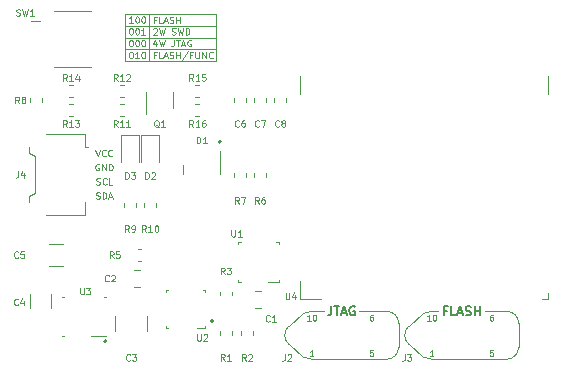
<source format=gto>
%TF.GenerationSoftware,KiCad,Pcbnew,(5.1.6-0-10_14)*%
%TF.CreationDate,2021-08-10T12:06:40-04:00*%
%TF.ProjectId,fanboard,66616e62-6f61-4726-942e-6b696361645f,rev?*%
%TF.SameCoordinates,Original*%
%TF.FileFunction,Legend,Top*%
%TF.FilePolarity,Positive*%
%FSLAX46Y46*%
G04 Gerber Fmt 4.6, Leading zero omitted, Abs format (unit mm)*
G04 Created by KiCad (PCBNEW (5.1.6-0-10_14)) date 2021-08-10 12:06:40*
%MOMM*%
%LPD*%
G01*
G04 APERTURE LIST*
%ADD10C,0.100000*%
%ADD11C,0.090000*%
%ADD12C,0.120000*%
%ADD13C,0.200000*%
%ADD14C,0.150000*%
%ADD15C,0.080000*%
G04 APERTURE END LIST*
D10*
X132166666Y-111998809D02*
X132350000Y-112548809D01*
X132533333Y-111998809D01*
X133030952Y-112496428D02*
X133004761Y-112522619D01*
X132926190Y-112548809D01*
X132873809Y-112548809D01*
X132795238Y-112522619D01*
X132742857Y-112470238D01*
X132716666Y-112417857D01*
X132690476Y-112313095D01*
X132690476Y-112234523D01*
X132716666Y-112129761D01*
X132742857Y-112077380D01*
X132795238Y-112025000D01*
X132873809Y-111998809D01*
X132926190Y-111998809D01*
X133004761Y-112025000D01*
X133030952Y-112051190D01*
X133580952Y-112496428D02*
X133554761Y-112522619D01*
X133476190Y-112548809D01*
X133423809Y-112548809D01*
X133345238Y-112522619D01*
X133292857Y-112470238D01*
X133266666Y-112417857D01*
X133240476Y-112313095D01*
X133240476Y-112234523D01*
X133266666Y-112129761D01*
X133292857Y-112077380D01*
X133345238Y-112025000D01*
X133423809Y-111998809D01*
X133476190Y-111998809D01*
X133554761Y-112025000D01*
X133580952Y-112051190D01*
X132480952Y-113225000D02*
X132428571Y-113198809D01*
X132350000Y-113198809D01*
X132271428Y-113225000D01*
X132219047Y-113277380D01*
X132192857Y-113329761D01*
X132166666Y-113434523D01*
X132166666Y-113513095D01*
X132192857Y-113617857D01*
X132219047Y-113670238D01*
X132271428Y-113722619D01*
X132350000Y-113748809D01*
X132402380Y-113748809D01*
X132480952Y-113722619D01*
X132507142Y-113696428D01*
X132507142Y-113513095D01*
X132402380Y-113513095D01*
X132742857Y-113748809D02*
X132742857Y-113198809D01*
X133057142Y-113748809D01*
X133057142Y-113198809D01*
X133319047Y-113748809D02*
X133319047Y-113198809D01*
X133450000Y-113198809D01*
X133528571Y-113225000D01*
X133580952Y-113277380D01*
X133607142Y-113329761D01*
X133633333Y-113434523D01*
X133633333Y-113513095D01*
X133607142Y-113617857D01*
X133580952Y-113670238D01*
X133528571Y-113722619D01*
X133450000Y-113748809D01*
X133319047Y-113748809D01*
X132245238Y-114922619D02*
X132323809Y-114948809D01*
X132454761Y-114948809D01*
X132507142Y-114922619D01*
X132533333Y-114896428D01*
X132559523Y-114844047D01*
X132559523Y-114791666D01*
X132533333Y-114739285D01*
X132507142Y-114713095D01*
X132454761Y-114686904D01*
X132350000Y-114660714D01*
X132297619Y-114634523D01*
X132271428Y-114608333D01*
X132245238Y-114555952D01*
X132245238Y-114503571D01*
X132271428Y-114451190D01*
X132297619Y-114425000D01*
X132350000Y-114398809D01*
X132480952Y-114398809D01*
X132559523Y-114425000D01*
X133109523Y-114896428D02*
X133083333Y-114922619D01*
X133004761Y-114948809D01*
X132952380Y-114948809D01*
X132873809Y-114922619D01*
X132821428Y-114870238D01*
X132795238Y-114817857D01*
X132769047Y-114713095D01*
X132769047Y-114634523D01*
X132795238Y-114529761D01*
X132821428Y-114477380D01*
X132873809Y-114425000D01*
X132952380Y-114398809D01*
X133004761Y-114398809D01*
X133083333Y-114425000D01*
X133109523Y-114451190D01*
X133607142Y-114948809D02*
X133345238Y-114948809D01*
X133345238Y-114398809D01*
X132232142Y-116122619D02*
X132310714Y-116148809D01*
X132441666Y-116148809D01*
X132494047Y-116122619D01*
X132520238Y-116096428D01*
X132546428Y-116044047D01*
X132546428Y-115991666D01*
X132520238Y-115939285D01*
X132494047Y-115913095D01*
X132441666Y-115886904D01*
X132336904Y-115860714D01*
X132284523Y-115834523D01*
X132258333Y-115808333D01*
X132232142Y-115755952D01*
X132232142Y-115703571D01*
X132258333Y-115651190D01*
X132284523Y-115625000D01*
X132336904Y-115598809D01*
X132467857Y-115598809D01*
X132546428Y-115625000D01*
X132782142Y-116148809D02*
X132782142Y-115598809D01*
X132913095Y-115598809D01*
X132991666Y-115625000D01*
X133044047Y-115677380D01*
X133070238Y-115729761D01*
X133096428Y-115834523D01*
X133096428Y-115913095D01*
X133070238Y-116017857D01*
X133044047Y-116070238D01*
X132991666Y-116122619D01*
X132913095Y-116148809D01*
X132782142Y-116148809D01*
X133305952Y-115991666D02*
X133567857Y-115991666D01*
X133253571Y-116148809D02*
X133436904Y-115598809D01*
X133620238Y-116148809D01*
D11*
X136700000Y-100500000D02*
X136700000Y-104500000D01*
X134675000Y-100500000D02*
X134675000Y-104500000D01*
X134675000Y-100500000D02*
X142400000Y-100500000D01*
X134675000Y-104500000D02*
X142400000Y-104500000D01*
X134675000Y-103500000D02*
X142400000Y-103500000D01*
X134675000Y-102500000D02*
X142400000Y-102500000D01*
X134675000Y-101500000D02*
X142400000Y-101500000D01*
X142400000Y-100500000D02*
X142400000Y-104500000D01*
X135333333Y-101248809D02*
X135019047Y-101248809D01*
X135176190Y-101248809D02*
X135176190Y-100698809D01*
X135123809Y-100777380D01*
X135071428Y-100829761D01*
X135019047Y-100855952D01*
X135673809Y-100698809D02*
X135726190Y-100698809D01*
X135778571Y-100725000D01*
X135804761Y-100751190D01*
X135830952Y-100803571D01*
X135857142Y-100908333D01*
X135857142Y-101039285D01*
X135830952Y-101144047D01*
X135804761Y-101196428D01*
X135778571Y-101222619D01*
X135726190Y-101248809D01*
X135673809Y-101248809D01*
X135621428Y-101222619D01*
X135595238Y-101196428D01*
X135569047Y-101144047D01*
X135542857Y-101039285D01*
X135542857Y-100908333D01*
X135569047Y-100803571D01*
X135595238Y-100751190D01*
X135621428Y-100725000D01*
X135673809Y-100698809D01*
X136197619Y-100698809D02*
X136250000Y-100698809D01*
X136302380Y-100725000D01*
X136328571Y-100751190D01*
X136354761Y-100803571D01*
X136380952Y-100908333D01*
X136380952Y-101039285D01*
X136354761Y-101144047D01*
X136328571Y-101196428D01*
X136302380Y-101222619D01*
X136250000Y-101248809D01*
X136197619Y-101248809D01*
X136145238Y-101222619D01*
X136119047Y-101196428D01*
X136092857Y-101144047D01*
X136066666Y-101039285D01*
X136066666Y-100908333D01*
X136092857Y-100803571D01*
X136119047Y-100751190D01*
X136145238Y-100725000D01*
X136197619Y-100698809D01*
X137272785Y-100990714D02*
X137089452Y-100990714D01*
X137089452Y-101278809D02*
X137089452Y-100728809D01*
X137351357Y-100728809D01*
X137822785Y-101278809D02*
X137560880Y-101278809D01*
X137560880Y-100728809D01*
X137979928Y-101121666D02*
X138241833Y-101121666D01*
X137927547Y-101278809D02*
X138110880Y-100728809D01*
X138294214Y-101278809D01*
X138451357Y-101252619D02*
X138529928Y-101278809D01*
X138660880Y-101278809D01*
X138713261Y-101252619D01*
X138739452Y-101226428D01*
X138765642Y-101174047D01*
X138765642Y-101121666D01*
X138739452Y-101069285D01*
X138713261Y-101043095D01*
X138660880Y-101016904D01*
X138556119Y-100990714D01*
X138503738Y-100964523D01*
X138477547Y-100938333D01*
X138451357Y-100885952D01*
X138451357Y-100833571D01*
X138477547Y-100781190D01*
X138503738Y-100755000D01*
X138556119Y-100728809D01*
X138687071Y-100728809D01*
X138765642Y-100755000D01*
X139001357Y-101278809D02*
X139001357Y-100728809D01*
X139001357Y-100990714D02*
X139315642Y-100990714D01*
X139315642Y-101278809D02*
X139315642Y-100728809D01*
X137063261Y-101751190D02*
X137089452Y-101725000D01*
X137141833Y-101698809D01*
X137272785Y-101698809D01*
X137325166Y-101725000D01*
X137351357Y-101751190D01*
X137377547Y-101803571D01*
X137377547Y-101855952D01*
X137351357Y-101934523D01*
X137037071Y-102248809D01*
X137377547Y-102248809D01*
X137560880Y-101698809D02*
X137691833Y-102248809D01*
X137796595Y-101855952D01*
X137901357Y-102248809D01*
X138032309Y-101698809D01*
X138634690Y-102222619D02*
X138713261Y-102248809D01*
X138844214Y-102248809D01*
X138896595Y-102222619D01*
X138922785Y-102196428D01*
X138948976Y-102144047D01*
X138948976Y-102091666D01*
X138922785Y-102039285D01*
X138896595Y-102013095D01*
X138844214Y-101986904D01*
X138739452Y-101960714D01*
X138687071Y-101934523D01*
X138660880Y-101908333D01*
X138634690Y-101855952D01*
X138634690Y-101803571D01*
X138660880Y-101751190D01*
X138687071Y-101725000D01*
X138739452Y-101698809D01*
X138870404Y-101698809D01*
X138948976Y-101725000D01*
X139132309Y-101698809D02*
X139263261Y-102248809D01*
X139368023Y-101855952D01*
X139472785Y-102248809D01*
X139603738Y-101698809D01*
X139813261Y-102248809D02*
X139813261Y-101698809D01*
X139944214Y-101698809D01*
X140022785Y-101725000D01*
X140075166Y-101777380D01*
X140101357Y-101829761D01*
X140127547Y-101934523D01*
X140127547Y-102013095D01*
X140101357Y-102117857D01*
X140075166Y-102170238D01*
X140022785Y-102222619D01*
X139944214Y-102248809D01*
X139813261Y-102248809D01*
X135150000Y-101698809D02*
X135202380Y-101698809D01*
X135254761Y-101725000D01*
X135280952Y-101751190D01*
X135307142Y-101803571D01*
X135333333Y-101908333D01*
X135333333Y-102039285D01*
X135307142Y-102144047D01*
X135280952Y-102196428D01*
X135254761Y-102222619D01*
X135202380Y-102248809D01*
X135150000Y-102248809D01*
X135097619Y-102222619D01*
X135071428Y-102196428D01*
X135045238Y-102144047D01*
X135019047Y-102039285D01*
X135019047Y-101908333D01*
X135045238Y-101803571D01*
X135071428Y-101751190D01*
X135097619Y-101725000D01*
X135150000Y-101698809D01*
X135673809Y-101698809D02*
X135726190Y-101698809D01*
X135778571Y-101725000D01*
X135804761Y-101751190D01*
X135830952Y-101803571D01*
X135857142Y-101908333D01*
X135857142Y-102039285D01*
X135830952Y-102144047D01*
X135804761Y-102196428D01*
X135778571Y-102222619D01*
X135726190Y-102248809D01*
X135673809Y-102248809D01*
X135621428Y-102222619D01*
X135595238Y-102196428D01*
X135569047Y-102144047D01*
X135542857Y-102039285D01*
X135542857Y-101908333D01*
X135569047Y-101803571D01*
X135595238Y-101751190D01*
X135621428Y-101725000D01*
X135673809Y-101698809D01*
X136380952Y-102248809D02*
X136066666Y-102248809D01*
X136223809Y-102248809D02*
X136223809Y-101698809D01*
X136171428Y-101777380D01*
X136119047Y-101829761D01*
X136066666Y-101855952D01*
X135150000Y-102698809D02*
X135202380Y-102698809D01*
X135254761Y-102725000D01*
X135280952Y-102751190D01*
X135307142Y-102803571D01*
X135333333Y-102908333D01*
X135333333Y-103039285D01*
X135307142Y-103144047D01*
X135280952Y-103196428D01*
X135254761Y-103222619D01*
X135202380Y-103248809D01*
X135150000Y-103248809D01*
X135097619Y-103222619D01*
X135071428Y-103196428D01*
X135045238Y-103144047D01*
X135019047Y-103039285D01*
X135019047Y-102908333D01*
X135045238Y-102803571D01*
X135071428Y-102751190D01*
X135097619Y-102725000D01*
X135150000Y-102698809D01*
X135673809Y-102698809D02*
X135726190Y-102698809D01*
X135778571Y-102725000D01*
X135804761Y-102751190D01*
X135830952Y-102803571D01*
X135857142Y-102908333D01*
X135857142Y-103039285D01*
X135830952Y-103144047D01*
X135804761Y-103196428D01*
X135778571Y-103222619D01*
X135726190Y-103248809D01*
X135673809Y-103248809D01*
X135621428Y-103222619D01*
X135595238Y-103196428D01*
X135569047Y-103144047D01*
X135542857Y-103039285D01*
X135542857Y-102908333D01*
X135569047Y-102803571D01*
X135595238Y-102751190D01*
X135621428Y-102725000D01*
X135673809Y-102698809D01*
X136197619Y-102698809D02*
X136250000Y-102698809D01*
X136302380Y-102725000D01*
X136328571Y-102751190D01*
X136354761Y-102803571D01*
X136380952Y-102908333D01*
X136380952Y-103039285D01*
X136354761Y-103144047D01*
X136328571Y-103196428D01*
X136302380Y-103222619D01*
X136250000Y-103248809D01*
X136197619Y-103248809D01*
X136145238Y-103222619D01*
X136119047Y-103196428D01*
X136092857Y-103144047D01*
X136066666Y-103039285D01*
X136066666Y-102908333D01*
X136092857Y-102803571D01*
X136119047Y-102751190D01*
X136145238Y-102725000D01*
X136197619Y-102698809D01*
X137325166Y-102882142D02*
X137325166Y-103248809D01*
X137194214Y-102672619D02*
X137063261Y-103065476D01*
X137403738Y-103065476D01*
X137560880Y-102698809D02*
X137691833Y-103248809D01*
X137796595Y-102855952D01*
X137901357Y-103248809D01*
X138032309Y-102698809D01*
X138818023Y-102698809D02*
X138818023Y-103091666D01*
X138791833Y-103170238D01*
X138739452Y-103222619D01*
X138660880Y-103248809D01*
X138608500Y-103248809D01*
X139001357Y-102698809D02*
X139315642Y-102698809D01*
X139158500Y-103248809D02*
X139158500Y-102698809D01*
X139472785Y-103091666D02*
X139734690Y-103091666D01*
X139420404Y-103248809D02*
X139603738Y-102698809D01*
X139787071Y-103248809D01*
X140258500Y-102725000D02*
X140206119Y-102698809D01*
X140127547Y-102698809D01*
X140048976Y-102725000D01*
X139996595Y-102777380D01*
X139970404Y-102829761D01*
X139944214Y-102934523D01*
X139944214Y-103013095D01*
X139970404Y-103117857D01*
X139996595Y-103170238D01*
X140048976Y-103222619D01*
X140127547Y-103248809D01*
X140179928Y-103248809D01*
X140258500Y-103222619D01*
X140284690Y-103196428D01*
X140284690Y-103013095D01*
X140179928Y-103013095D01*
X137272785Y-103960714D02*
X137089452Y-103960714D01*
X137089452Y-104248809D02*
X137089452Y-103698809D01*
X137351357Y-103698809D01*
X137822785Y-104248809D02*
X137560880Y-104248809D01*
X137560880Y-103698809D01*
X137979928Y-104091666D02*
X138241833Y-104091666D01*
X137927547Y-104248809D02*
X138110880Y-103698809D01*
X138294214Y-104248809D01*
X138451357Y-104222619D02*
X138529928Y-104248809D01*
X138660880Y-104248809D01*
X138713261Y-104222619D01*
X138739452Y-104196428D01*
X138765642Y-104144047D01*
X138765642Y-104091666D01*
X138739452Y-104039285D01*
X138713261Y-104013095D01*
X138660880Y-103986904D01*
X138556119Y-103960714D01*
X138503738Y-103934523D01*
X138477547Y-103908333D01*
X138451357Y-103855952D01*
X138451357Y-103803571D01*
X138477547Y-103751190D01*
X138503738Y-103725000D01*
X138556119Y-103698809D01*
X138687071Y-103698809D01*
X138765642Y-103725000D01*
X139001357Y-104248809D02*
X139001357Y-103698809D01*
X139001357Y-103960714D02*
X139315642Y-103960714D01*
X139315642Y-104248809D02*
X139315642Y-103698809D01*
X139970404Y-103672619D02*
X139498976Y-104379761D01*
X140337071Y-103960714D02*
X140153738Y-103960714D01*
X140153738Y-104248809D02*
X140153738Y-103698809D01*
X140415642Y-103698809D01*
X140625166Y-103698809D02*
X140625166Y-104144047D01*
X140651357Y-104196428D01*
X140677547Y-104222619D01*
X140729928Y-104248809D01*
X140834690Y-104248809D01*
X140887071Y-104222619D01*
X140913261Y-104196428D01*
X140939452Y-104144047D01*
X140939452Y-103698809D01*
X141201357Y-104248809D02*
X141201357Y-103698809D01*
X141515642Y-104248809D01*
X141515642Y-103698809D01*
X142091833Y-104196428D02*
X142065642Y-104222619D01*
X141987071Y-104248809D01*
X141934690Y-104248809D01*
X141856119Y-104222619D01*
X141803738Y-104170238D01*
X141777547Y-104117857D01*
X141751357Y-104013095D01*
X141751357Y-103934523D01*
X141777547Y-103829761D01*
X141803738Y-103777380D01*
X141856119Y-103725000D01*
X141934690Y-103698809D01*
X141987071Y-103698809D01*
X142065642Y-103725000D01*
X142091833Y-103751190D01*
X135150000Y-103698809D02*
X135202380Y-103698809D01*
X135254761Y-103725000D01*
X135280952Y-103751190D01*
X135307142Y-103803571D01*
X135333333Y-103908333D01*
X135333333Y-104039285D01*
X135307142Y-104144047D01*
X135280952Y-104196428D01*
X135254761Y-104222619D01*
X135202380Y-104248809D01*
X135150000Y-104248809D01*
X135097619Y-104222619D01*
X135071428Y-104196428D01*
X135045238Y-104144047D01*
X135019047Y-104039285D01*
X135019047Y-103908333D01*
X135045238Y-103803571D01*
X135071428Y-103751190D01*
X135097619Y-103725000D01*
X135150000Y-103698809D01*
X135857142Y-104248809D02*
X135542857Y-104248809D01*
X135700000Y-104248809D02*
X135700000Y-103698809D01*
X135647619Y-103777380D01*
X135595238Y-103829761D01*
X135542857Y-103855952D01*
X136197619Y-103698809D02*
X136250000Y-103698809D01*
X136302380Y-103725000D01*
X136328571Y-103751190D01*
X136354761Y-103803571D01*
X136380952Y-103908333D01*
X136380952Y-104039285D01*
X136354761Y-104144047D01*
X136328571Y-104196428D01*
X136302380Y-104222619D01*
X136250000Y-104248809D01*
X136197619Y-104248809D01*
X136145238Y-104222619D01*
X136119047Y-104196428D01*
X136092857Y-104144047D01*
X136066666Y-104039285D01*
X136066666Y-103908333D01*
X136092857Y-103803571D01*
X136119047Y-103751190D01*
X136145238Y-103725000D01*
X136197619Y-103698809D01*
D12*
%TO.C,U1*%
X144525002Y-123225000D02*
X144275005Y-123225000D01*
X147725000Y-123025001D02*
X147725000Y-123225000D01*
X147725000Y-123225000D02*
X146800003Y-123225000D01*
X144275000Y-123025001D02*
X144275000Y-123225000D01*
X144275000Y-119775000D02*
X144275000Y-119974999D01*
X144525002Y-119775000D02*
X144275005Y-119775000D01*
X147725005Y-119775000D02*
X147725005Y-119974999D01*
X147725000Y-119775000D02*
X147475003Y-119775000D01*
%TO.C,D3*%
X135835000Y-113000000D02*
X135835000Y-110715000D01*
X135835000Y-110715000D02*
X134365000Y-110715000D01*
X134365000Y-110715000D02*
X134365000Y-113000000D01*
%TO.C,D2*%
X137535000Y-113000000D02*
X137535000Y-110715000D01*
X137535000Y-110715000D02*
X136065000Y-110715000D01*
X136065000Y-110715000D02*
X136065000Y-113000000D01*
%TO.C,J4*%
X126570000Y-115940000D02*
X126570000Y-116440000D01*
X127070000Y-115640000D02*
X126570000Y-115940000D01*
X127070000Y-112560000D02*
X127070000Y-115640000D01*
X126570000Y-112260000D02*
X127070000Y-112560000D01*
X126570000Y-111760000D02*
X126570000Y-112260000D01*
X131290000Y-117510000D02*
X131290000Y-116460000D01*
X127960000Y-117510000D02*
X131290000Y-117510000D01*
X131290000Y-111740000D02*
X131500000Y-111740000D01*
X131290000Y-110690000D02*
X131290000Y-111740000D01*
X127960000Y-110690000D02*
X131290000Y-110690000D01*
%TO.C,Q1*%
X136440000Y-107100000D02*
X136440000Y-109000000D01*
X138760000Y-108500000D02*
X138760000Y-107100000D01*
%TO.C,R16*%
X140962779Y-108090000D02*
X140637221Y-108090000D01*
X140962779Y-109110000D02*
X140637221Y-109110000D01*
%TO.C,R15*%
X140962779Y-106490000D02*
X140637221Y-106490000D01*
X140962779Y-107510000D02*
X140637221Y-107510000D01*
%TO.C,R14*%
X130262779Y-107510000D02*
X129937221Y-107510000D01*
X130262779Y-106490000D02*
X129937221Y-106490000D01*
%TO.C,R13*%
X130262779Y-109110000D02*
X129937221Y-109110000D01*
X130262779Y-108090000D02*
X129937221Y-108090000D01*
%TO.C,R12*%
X134562779Y-107510000D02*
X134237221Y-107510000D01*
X134562779Y-106490000D02*
X134237221Y-106490000D01*
%TO.C,R11*%
X134562779Y-109110000D02*
X134237221Y-109110000D01*
X134562779Y-108090000D02*
X134237221Y-108090000D01*
%TO.C,R10*%
X136290000Y-116862779D02*
X136290000Y-116537221D01*
X137310000Y-116862779D02*
X137310000Y-116537221D01*
%TO.C,R9*%
X134590000Y-116862779D02*
X134590000Y-116537221D01*
X135610000Y-116862779D02*
X135610000Y-116537221D01*
D13*
%TO.C,U3*%
X133100000Y-128200000D02*
G75*
G03*
X133100000Y-128200000I-100000J0D01*
G01*
D12*
X133099999Y-127775000D02*
X131799999Y-127775000D01*
X129500001Y-127775000D02*
X129300001Y-127775000D01*
X129500001Y-124425000D02*
X129300001Y-124425000D01*
X133099999Y-124425000D02*
X132899999Y-124425000D01*
%TO.C,J3*%
X159937500Y-125856895D02*
X158712571Y-126922465D01*
X166985000Y-129730000D02*
X160635000Y-129730000D01*
X158712571Y-128477535D02*
X159937500Y-129543105D01*
X166985000Y-125670000D02*
X165175000Y-125670000D01*
X161175000Y-125670000D02*
X160635000Y-125670000D01*
X168000000Y-126685000D02*
X168000000Y-128715000D01*
X158712571Y-126922465D02*
G75*
G03*
X158350000Y-127700000I652429J-777535D01*
G01*
X168000000Y-128715000D02*
G75*
G02*
X166985000Y-129730000I-1015000J0D01*
G01*
X166985000Y-125670000D02*
G75*
G02*
X168000000Y-126685000I0J-1015000D01*
G01*
X159937500Y-129543105D02*
G75*
G03*
X160635000Y-129730000I697500J1208105D01*
G01*
X159937500Y-125856895D02*
G75*
G02*
X160635000Y-125670000I697500J-1208105D01*
G01*
X158712571Y-128477535D02*
G75*
G02*
X158350000Y-127700000I652429J777535D01*
G01*
%TO.C,J2*%
X156826001Y-125670000D02*
X154516001Y-125670000D01*
X149778501Y-125856895D02*
X148553572Y-126922465D01*
X151516001Y-125670000D02*
X150476001Y-125670000D01*
X148553572Y-128477535D02*
X149778501Y-129543105D01*
X157841001Y-126685000D02*
X157841001Y-128715000D01*
X156826001Y-129730000D02*
X150476001Y-129730000D01*
X156826001Y-125670000D02*
G75*
G02*
X157841001Y-126685000I0J-1015000D01*
G01*
X157841001Y-128715000D02*
G75*
G02*
X156826001Y-129730000I-1015000J0D01*
G01*
X148553572Y-126922465D02*
G75*
G03*
X148191001Y-127700000I652429J-777535D01*
G01*
X149778501Y-129543105D02*
G75*
G03*
X150476001Y-129730000I697500J1208105D01*
G01*
X149778501Y-125856895D02*
G75*
G02*
X150476001Y-125670000I697500J-1208105D01*
G01*
X148553572Y-128477535D02*
G75*
G02*
X148191001Y-127700000I652429J777535D01*
G01*
%TO.C,C3*%
X136560000Y-126097936D02*
X136560000Y-127302064D01*
X133840000Y-126097936D02*
X133840000Y-127302064D01*
%TO.C,C2*%
X135958578Y-123610000D02*
X135441422Y-123610000D01*
X135958578Y-122190000D02*
X135441422Y-122190000D01*
%TO.C,R5*%
X136062779Y-121410000D02*
X135737221Y-121410000D01*
X136062779Y-120390000D02*
X135737221Y-120390000D01*
%TO.C,C1*%
X146208578Y-125410000D02*
X145691422Y-125410000D01*
X146208578Y-123990000D02*
X145691422Y-123990000D01*
D13*
%TO.C,U2*%
X142150000Y-126500000D02*
G75*
G03*
X142150000Y-126500000I-100000J0D01*
G01*
D12*
X141425001Y-127125001D02*
X140800001Y-127125001D01*
X141425001Y-126900000D02*
X141425001Y-127125001D01*
X138174999Y-123874999D02*
X138174999Y-124050000D01*
X138350000Y-123874999D02*
X138174999Y-123874999D01*
X138174999Y-126950000D02*
X138174999Y-127125001D01*
X138350000Y-127125001D02*
X138174999Y-127125001D01*
X141425001Y-123874999D02*
X141425001Y-124050000D01*
X141425001Y-123874999D02*
X141250000Y-123874999D01*
%TO.C,R2*%
X144490000Y-127662779D02*
X144490000Y-127337221D01*
X145510000Y-127662779D02*
X145510000Y-127337221D01*
%TO.C,R1*%
X142690000Y-127662779D02*
X142690000Y-127337221D01*
X143710000Y-127662779D02*
X143710000Y-127337221D01*
%TO.C,R3*%
X142690000Y-124337779D02*
X142690000Y-124012221D01*
X143710000Y-124337779D02*
X143710000Y-124012221D01*
%TO.C,D1*%
X142700000Y-112075000D02*
X142700000Y-114050000D01*
X139600000Y-113300000D02*
X139600000Y-114075000D01*
D13*
X142800000Y-111325000D02*
G75*
G03*
X142800000Y-111325000I-100000J0D01*
G01*
D12*
%TO.C,C5*%
X128197936Y-119990000D02*
X129402064Y-119990000D01*
X128197936Y-121810000D02*
X129402064Y-121810000D01*
%TO.C,C4*%
X128432000Y-124197936D02*
X128432000Y-125402064D01*
X126612000Y-124197936D02*
X126612000Y-125402064D01*
%TO.C,R8*%
X126640000Y-107962779D02*
X126640000Y-107637221D01*
X127660000Y-107962779D02*
X127660000Y-107637221D01*
%TO.C,R7*%
X143890000Y-114282779D02*
X143890000Y-113957221D01*
X144910000Y-114282779D02*
X144910000Y-113957221D01*
%TO.C,C8*%
X148310000Y-107942779D02*
X148310000Y-107617221D01*
X147290000Y-107942779D02*
X147290000Y-107617221D01*
%TO.C,C7*%
X146610000Y-107942779D02*
X146610000Y-107617221D01*
X145590000Y-107942779D02*
X145590000Y-107617221D01*
%TO.C,C6*%
X144910000Y-107942779D02*
X144910000Y-107617221D01*
X143890000Y-107942779D02*
X143890000Y-107617221D01*
%TO.C,U4*%
X170500000Y-105750000D02*
X170500000Y-107250000D01*
X149500000Y-105750000D02*
X149500000Y-107250000D01*
X170500000Y-124625000D02*
X170500000Y-124125001D01*
X170500000Y-124625000D02*
X170000000Y-124625000D01*
X149500001Y-124625000D02*
X149500001Y-123125000D01*
X151250000Y-124625000D02*
X149500001Y-124625000D01*
%TO.C,SW1*%
X128665000Y-105030000D02*
X131786000Y-105030000D01*
X126675000Y-101070000D02*
X127486000Y-101070000D01*
X128665000Y-100210000D02*
X131786000Y-100210000D01*
%TO.C,R6*%
X145590000Y-114282779D02*
X145590000Y-113957221D01*
X146610000Y-114282779D02*
X146610000Y-113957221D01*
%TO.C,U1*%
D11*
X143680952Y-118798809D02*
X143680952Y-119244047D01*
X143707142Y-119296428D01*
X143733333Y-119322619D01*
X143785714Y-119348809D01*
X143890476Y-119348809D01*
X143942857Y-119322619D01*
X143969047Y-119296428D01*
X143995238Y-119244047D01*
X143995238Y-118798809D01*
X144545238Y-119348809D02*
X144230952Y-119348809D01*
X144388095Y-119348809D02*
X144388095Y-118798809D01*
X144335714Y-118877380D01*
X144283333Y-118929761D01*
X144230952Y-118955952D01*
%TO.C,D3*%
X134694047Y-114448809D02*
X134694047Y-113898809D01*
X134825000Y-113898809D01*
X134903571Y-113925000D01*
X134955952Y-113977380D01*
X134982142Y-114029761D01*
X135008333Y-114134523D01*
X135008333Y-114213095D01*
X134982142Y-114317857D01*
X134955952Y-114370238D01*
X134903571Y-114422619D01*
X134825000Y-114448809D01*
X134694047Y-114448809D01*
X135191666Y-113898809D02*
X135532142Y-113898809D01*
X135348809Y-114108333D01*
X135427380Y-114108333D01*
X135479761Y-114134523D01*
X135505952Y-114160714D01*
X135532142Y-114213095D01*
X135532142Y-114344047D01*
X135505952Y-114396428D01*
X135479761Y-114422619D01*
X135427380Y-114448809D01*
X135270238Y-114448809D01*
X135217857Y-114422619D01*
X135191666Y-114396428D01*
%TO.C,D2*%
X136394047Y-114448809D02*
X136394047Y-113898809D01*
X136525000Y-113898809D01*
X136603571Y-113925000D01*
X136655952Y-113977380D01*
X136682142Y-114029761D01*
X136708333Y-114134523D01*
X136708333Y-114213095D01*
X136682142Y-114317857D01*
X136655952Y-114370238D01*
X136603571Y-114422619D01*
X136525000Y-114448809D01*
X136394047Y-114448809D01*
X136917857Y-113951190D02*
X136944047Y-113925000D01*
X136996428Y-113898809D01*
X137127380Y-113898809D01*
X137179761Y-113925000D01*
X137205952Y-113951190D01*
X137232142Y-114003571D01*
X137232142Y-114055952D01*
X137205952Y-114134523D01*
X136891666Y-114448809D01*
X137232142Y-114448809D01*
%TO.C,J4*%
X125616666Y-113798809D02*
X125616666Y-114191666D01*
X125590476Y-114270238D01*
X125538095Y-114322619D01*
X125459523Y-114348809D01*
X125407142Y-114348809D01*
X126114285Y-113982142D02*
X126114285Y-114348809D01*
X125983333Y-113772619D02*
X125852380Y-114165476D01*
X126192857Y-114165476D01*
%TO.C,Q1*%
X137547619Y-110101190D02*
X137495238Y-110075000D01*
X137442857Y-110022619D01*
X137364285Y-109944047D01*
X137311904Y-109917857D01*
X137259523Y-109917857D01*
X137285714Y-110048809D02*
X137233333Y-110022619D01*
X137180952Y-109970238D01*
X137154761Y-109865476D01*
X137154761Y-109682142D01*
X137180952Y-109577380D01*
X137233333Y-109525000D01*
X137285714Y-109498809D01*
X137390476Y-109498809D01*
X137442857Y-109525000D01*
X137495238Y-109577380D01*
X137521428Y-109682142D01*
X137521428Y-109865476D01*
X137495238Y-109970238D01*
X137442857Y-110022619D01*
X137390476Y-110048809D01*
X137285714Y-110048809D01*
X138045238Y-110048809D02*
X137730952Y-110048809D01*
X137888095Y-110048809D02*
X137888095Y-109498809D01*
X137835714Y-109577380D01*
X137783333Y-109629761D01*
X137730952Y-109655952D01*
%TO.C,R16*%
X140446428Y-110048809D02*
X140263095Y-109786904D01*
X140132142Y-110048809D02*
X140132142Y-109498809D01*
X140341666Y-109498809D01*
X140394047Y-109525000D01*
X140420238Y-109551190D01*
X140446428Y-109603571D01*
X140446428Y-109682142D01*
X140420238Y-109734523D01*
X140394047Y-109760714D01*
X140341666Y-109786904D01*
X140132142Y-109786904D01*
X140970238Y-110048809D02*
X140655952Y-110048809D01*
X140813095Y-110048809D02*
X140813095Y-109498809D01*
X140760714Y-109577380D01*
X140708333Y-109629761D01*
X140655952Y-109655952D01*
X141441666Y-109498809D02*
X141336904Y-109498809D01*
X141284523Y-109525000D01*
X141258333Y-109551190D01*
X141205952Y-109629761D01*
X141179761Y-109734523D01*
X141179761Y-109944047D01*
X141205952Y-109996428D01*
X141232142Y-110022619D01*
X141284523Y-110048809D01*
X141389285Y-110048809D01*
X141441666Y-110022619D01*
X141467857Y-109996428D01*
X141494047Y-109944047D01*
X141494047Y-109813095D01*
X141467857Y-109760714D01*
X141441666Y-109734523D01*
X141389285Y-109708333D01*
X141284523Y-109708333D01*
X141232142Y-109734523D01*
X141205952Y-109760714D01*
X141179761Y-109813095D01*
%TO.C,R15*%
X140446428Y-106148809D02*
X140263095Y-105886904D01*
X140132142Y-106148809D02*
X140132142Y-105598809D01*
X140341666Y-105598809D01*
X140394047Y-105625000D01*
X140420238Y-105651190D01*
X140446428Y-105703571D01*
X140446428Y-105782142D01*
X140420238Y-105834523D01*
X140394047Y-105860714D01*
X140341666Y-105886904D01*
X140132142Y-105886904D01*
X140970238Y-106148809D02*
X140655952Y-106148809D01*
X140813095Y-106148809D02*
X140813095Y-105598809D01*
X140760714Y-105677380D01*
X140708333Y-105729761D01*
X140655952Y-105755952D01*
X141467857Y-105598809D02*
X141205952Y-105598809D01*
X141179761Y-105860714D01*
X141205952Y-105834523D01*
X141258333Y-105808333D01*
X141389285Y-105808333D01*
X141441666Y-105834523D01*
X141467857Y-105860714D01*
X141494047Y-105913095D01*
X141494047Y-106044047D01*
X141467857Y-106096428D01*
X141441666Y-106122619D01*
X141389285Y-106148809D01*
X141258333Y-106148809D01*
X141205952Y-106122619D01*
X141179761Y-106096428D01*
%TO.C,R14*%
X129746428Y-106148809D02*
X129563095Y-105886904D01*
X129432142Y-106148809D02*
X129432142Y-105598809D01*
X129641666Y-105598809D01*
X129694047Y-105625000D01*
X129720238Y-105651190D01*
X129746428Y-105703571D01*
X129746428Y-105782142D01*
X129720238Y-105834523D01*
X129694047Y-105860714D01*
X129641666Y-105886904D01*
X129432142Y-105886904D01*
X130270238Y-106148809D02*
X129955952Y-106148809D01*
X130113095Y-106148809D02*
X130113095Y-105598809D01*
X130060714Y-105677380D01*
X130008333Y-105729761D01*
X129955952Y-105755952D01*
X130741666Y-105782142D02*
X130741666Y-106148809D01*
X130610714Y-105572619D02*
X130479761Y-105965476D01*
X130820238Y-105965476D01*
%TO.C,R13*%
X129746428Y-110048809D02*
X129563095Y-109786904D01*
X129432142Y-110048809D02*
X129432142Y-109498809D01*
X129641666Y-109498809D01*
X129694047Y-109525000D01*
X129720238Y-109551190D01*
X129746428Y-109603571D01*
X129746428Y-109682142D01*
X129720238Y-109734523D01*
X129694047Y-109760714D01*
X129641666Y-109786904D01*
X129432142Y-109786904D01*
X130270238Y-110048809D02*
X129955952Y-110048809D01*
X130113095Y-110048809D02*
X130113095Y-109498809D01*
X130060714Y-109577380D01*
X130008333Y-109629761D01*
X129955952Y-109655952D01*
X130453571Y-109498809D02*
X130794047Y-109498809D01*
X130610714Y-109708333D01*
X130689285Y-109708333D01*
X130741666Y-109734523D01*
X130767857Y-109760714D01*
X130794047Y-109813095D01*
X130794047Y-109944047D01*
X130767857Y-109996428D01*
X130741666Y-110022619D01*
X130689285Y-110048809D01*
X130532142Y-110048809D01*
X130479761Y-110022619D01*
X130453571Y-109996428D01*
%TO.C,R12*%
X134046428Y-106148809D02*
X133863095Y-105886904D01*
X133732142Y-106148809D02*
X133732142Y-105598809D01*
X133941666Y-105598809D01*
X133994047Y-105625000D01*
X134020238Y-105651190D01*
X134046428Y-105703571D01*
X134046428Y-105782142D01*
X134020238Y-105834523D01*
X133994047Y-105860714D01*
X133941666Y-105886904D01*
X133732142Y-105886904D01*
X134570238Y-106148809D02*
X134255952Y-106148809D01*
X134413095Y-106148809D02*
X134413095Y-105598809D01*
X134360714Y-105677380D01*
X134308333Y-105729761D01*
X134255952Y-105755952D01*
X134779761Y-105651190D02*
X134805952Y-105625000D01*
X134858333Y-105598809D01*
X134989285Y-105598809D01*
X135041666Y-105625000D01*
X135067857Y-105651190D01*
X135094047Y-105703571D01*
X135094047Y-105755952D01*
X135067857Y-105834523D01*
X134753571Y-106148809D01*
X135094047Y-106148809D01*
%TO.C,R11*%
X134046428Y-110048809D02*
X133863095Y-109786904D01*
X133732142Y-110048809D02*
X133732142Y-109498809D01*
X133941666Y-109498809D01*
X133994047Y-109525000D01*
X134020238Y-109551190D01*
X134046428Y-109603571D01*
X134046428Y-109682142D01*
X134020238Y-109734523D01*
X133994047Y-109760714D01*
X133941666Y-109786904D01*
X133732142Y-109786904D01*
X134570238Y-110048809D02*
X134255952Y-110048809D01*
X134413095Y-110048809D02*
X134413095Y-109498809D01*
X134360714Y-109577380D01*
X134308333Y-109629761D01*
X134255952Y-109655952D01*
X135094047Y-110048809D02*
X134779761Y-110048809D01*
X134936904Y-110048809D02*
X134936904Y-109498809D01*
X134884523Y-109577380D01*
X134832142Y-109629761D01*
X134779761Y-109655952D01*
%TO.C,R10*%
X136446428Y-118948809D02*
X136263095Y-118686904D01*
X136132142Y-118948809D02*
X136132142Y-118398809D01*
X136341666Y-118398809D01*
X136394047Y-118425000D01*
X136420238Y-118451190D01*
X136446428Y-118503571D01*
X136446428Y-118582142D01*
X136420238Y-118634523D01*
X136394047Y-118660714D01*
X136341666Y-118686904D01*
X136132142Y-118686904D01*
X136970238Y-118948809D02*
X136655952Y-118948809D01*
X136813095Y-118948809D02*
X136813095Y-118398809D01*
X136760714Y-118477380D01*
X136708333Y-118529761D01*
X136655952Y-118555952D01*
X137310714Y-118398809D02*
X137363095Y-118398809D01*
X137415476Y-118425000D01*
X137441666Y-118451190D01*
X137467857Y-118503571D01*
X137494047Y-118608333D01*
X137494047Y-118739285D01*
X137467857Y-118844047D01*
X137441666Y-118896428D01*
X137415476Y-118922619D01*
X137363095Y-118948809D01*
X137310714Y-118948809D01*
X137258333Y-118922619D01*
X137232142Y-118896428D01*
X137205952Y-118844047D01*
X137179761Y-118739285D01*
X137179761Y-118608333D01*
X137205952Y-118503571D01*
X137232142Y-118451190D01*
X137258333Y-118425000D01*
X137310714Y-118398809D01*
%TO.C,R9*%
X135008333Y-118948809D02*
X134825000Y-118686904D01*
X134694047Y-118948809D02*
X134694047Y-118398809D01*
X134903571Y-118398809D01*
X134955952Y-118425000D01*
X134982142Y-118451190D01*
X135008333Y-118503571D01*
X135008333Y-118582142D01*
X134982142Y-118634523D01*
X134955952Y-118660714D01*
X134903571Y-118686904D01*
X134694047Y-118686904D01*
X135270238Y-118948809D02*
X135375000Y-118948809D01*
X135427380Y-118922619D01*
X135453571Y-118896428D01*
X135505952Y-118817857D01*
X135532142Y-118713095D01*
X135532142Y-118503571D01*
X135505952Y-118451190D01*
X135479761Y-118425000D01*
X135427380Y-118398809D01*
X135322619Y-118398809D01*
X135270238Y-118425000D01*
X135244047Y-118451190D01*
X135217857Y-118503571D01*
X135217857Y-118634523D01*
X135244047Y-118686904D01*
X135270238Y-118713095D01*
X135322619Y-118739285D01*
X135427380Y-118739285D01*
X135479761Y-118713095D01*
X135505952Y-118686904D01*
X135532142Y-118634523D01*
%TO.C,U3*%
X130880952Y-123698809D02*
X130880952Y-124144047D01*
X130907142Y-124196428D01*
X130933333Y-124222619D01*
X130985714Y-124248809D01*
X131090476Y-124248809D01*
X131142857Y-124222619D01*
X131169047Y-124196428D01*
X131195238Y-124144047D01*
X131195238Y-123698809D01*
X131404761Y-123698809D02*
X131745238Y-123698809D01*
X131561904Y-123908333D01*
X131640476Y-123908333D01*
X131692857Y-123934523D01*
X131719047Y-123960714D01*
X131745238Y-124013095D01*
X131745238Y-124144047D01*
X131719047Y-124196428D01*
X131692857Y-124222619D01*
X131640476Y-124248809D01*
X131483333Y-124248809D01*
X131430952Y-124222619D01*
X131404761Y-124196428D01*
%TO.C,J3*%
X158371666Y-129303809D02*
X158371666Y-129696666D01*
X158345476Y-129775238D01*
X158293095Y-129827619D01*
X158214523Y-129853809D01*
X158162142Y-129853809D01*
X158581190Y-129303809D02*
X158921666Y-129303809D01*
X158738333Y-129513333D01*
X158816904Y-129513333D01*
X158869285Y-129539523D01*
X158895476Y-129565714D01*
X158921666Y-129618095D01*
X158921666Y-129749047D01*
X158895476Y-129801428D01*
X158869285Y-129827619D01*
X158816904Y-129853809D01*
X158659761Y-129853809D01*
X158607380Y-129827619D01*
X158581190Y-129801428D01*
D14*
X161907142Y-125616428D02*
X161657142Y-125616428D01*
X161657142Y-126009285D02*
X161657142Y-125259285D01*
X162014285Y-125259285D01*
X162657142Y-126009285D02*
X162300000Y-126009285D01*
X162300000Y-125259285D01*
X162871428Y-125795000D02*
X163228571Y-125795000D01*
X162800000Y-126009285D02*
X163050000Y-125259285D01*
X163300000Y-126009285D01*
X163514285Y-125973571D02*
X163621428Y-126009285D01*
X163800000Y-126009285D01*
X163871428Y-125973571D01*
X163907142Y-125937857D01*
X163942857Y-125866428D01*
X163942857Y-125795000D01*
X163907142Y-125723571D01*
X163871428Y-125687857D01*
X163800000Y-125652142D01*
X163657142Y-125616428D01*
X163585714Y-125580714D01*
X163550000Y-125545000D01*
X163514285Y-125473571D01*
X163514285Y-125402142D01*
X163550000Y-125330714D01*
X163585714Y-125295000D01*
X163657142Y-125259285D01*
X163835714Y-125259285D01*
X163942857Y-125295000D01*
X164264285Y-126009285D02*
X164264285Y-125259285D01*
X164264285Y-125616428D02*
X164692857Y-125616428D01*
X164692857Y-126009285D02*
X164692857Y-125259285D01*
D15*
X160539761Y-126465690D02*
X160254047Y-126465690D01*
X160396904Y-126465690D02*
X160396904Y-125965690D01*
X160349285Y-126037119D01*
X160301666Y-126084738D01*
X160254047Y-126108547D01*
X160849285Y-125965690D02*
X160896904Y-125965690D01*
X160944523Y-125989500D01*
X160968333Y-126013309D01*
X160992142Y-126060928D01*
X161015952Y-126156166D01*
X161015952Y-126275214D01*
X160992142Y-126370452D01*
X160968333Y-126418071D01*
X160944523Y-126441880D01*
X160896904Y-126465690D01*
X160849285Y-126465690D01*
X160801666Y-126441880D01*
X160777857Y-126418071D01*
X160754047Y-126370452D01*
X160730238Y-126275214D01*
X160730238Y-126156166D01*
X160754047Y-126060928D01*
X160777857Y-126013309D01*
X160801666Y-125989500D01*
X160849285Y-125965690D01*
X160777857Y-129450190D02*
X160492142Y-129450190D01*
X160635000Y-129450190D02*
X160635000Y-128950190D01*
X160587380Y-129021619D01*
X160539761Y-129069238D01*
X160492142Y-129093047D01*
X165810238Y-125965690D02*
X165715000Y-125965690D01*
X165667380Y-125989500D01*
X165643571Y-126013309D01*
X165595952Y-126084738D01*
X165572142Y-126179976D01*
X165572142Y-126370452D01*
X165595952Y-126418071D01*
X165619761Y-126441880D01*
X165667380Y-126465690D01*
X165762619Y-126465690D01*
X165810238Y-126441880D01*
X165834047Y-126418071D01*
X165857857Y-126370452D01*
X165857857Y-126251404D01*
X165834047Y-126203785D01*
X165810238Y-126179976D01*
X165762619Y-126156166D01*
X165667380Y-126156166D01*
X165619761Y-126179976D01*
X165595952Y-126203785D01*
X165572142Y-126251404D01*
X165834047Y-128950190D02*
X165595952Y-128950190D01*
X165572142Y-129188285D01*
X165595952Y-129164476D01*
X165643571Y-129140666D01*
X165762619Y-129140666D01*
X165810238Y-129164476D01*
X165834047Y-129188285D01*
X165857857Y-129235904D01*
X165857857Y-129354952D01*
X165834047Y-129402571D01*
X165810238Y-129426380D01*
X165762619Y-129450190D01*
X165643571Y-129450190D01*
X165595952Y-129426380D01*
X165572142Y-129402571D01*
D14*
%TO.C,J2*%
D11*
X148211666Y-129303809D02*
X148211666Y-129696666D01*
X148185476Y-129775238D01*
X148133095Y-129827619D01*
X148054523Y-129853809D01*
X148002142Y-129853809D01*
X148447380Y-129356190D02*
X148473571Y-129330000D01*
X148525952Y-129303809D01*
X148656904Y-129303809D01*
X148709285Y-129330000D01*
X148735476Y-129356190D01*
X148761666Y-129408571D01*
X148761666Y-129460952D01*
X148735476Y-129539523D01*
X148421190Y-129853809D01*
X148761666Y-129853809D01*
D14*
X152141001Y-125259285D02*
X152141001Y-125795000D01*
X152105286Y-125902142D01*
X152033858Y-125973571D01*
X151926715Y-126009285D01*
X151855286Y-126009285D01*
X152391001Y-125259285D02*
X152819572Y-125259285D01*
X152605286Y-126009285D02*
X152605286Y-125259285D01*
X153033858Y-125795000D02*
X153391001Y-125795000D01*
X152962429Y-126009285D02*
X153212429Y-125259285D01*
X153462429Y-126009285D01*
X154105286Y-125295000D02*
X154033858Y-125259285D01*
X153926715Y-125259285D01*
X153819572Y-125295000D01*
X153748143Y-125366428D01*
X153712429Y-125437857D01*
X153676715Y-125580714D01*
X153676715Y-125687857D01*
X153712429Y-125830714D01*
X153748143Y-125902142D01*
X153819572Y-125973571D01*
X153926715Y-126009285D01*
X153998143Y-126009285D01*
X154105286Y-125973571D01*
X154141001Y-125937857D01*
X154141001Y-125687857D01*
X153998143Y-125687857D01*
D15*
X150380762Y-126465690D02*
X150095048Y-126465690D01*
X150237905Y-126465690D02*
X150237905Y-125965690D01*
X150190286Y-126037119D01*
X150142667Y-126084738D01*
X150095048Y-126108547D01*
X150690286Y-125965690D02*
X150737905Y-125965690D01*
X150785524Y-125989500D01*
X150809334Y-126013309D01*
X150833143Y-126060928D01*
X150856953Y-126156166D01*
X150856953Y-126275214D01*
X150833143Y-126370452D01*
X150809334Y-126418071D01*
X150785524Y-126441880D01*
X150737905Y-126465690D01*
X150690286Y-126465690D01*
X150642667Y-126441880D01*
X150618858Y-126418071D01*
X150595048Y-126370452D01*
X150571239Y-126275214D01*
X150571239Y-126156166D01*
X150595048Y-126060928D01*
X150618858Y-126013309D01*
X150642667Y-125989500D01*
X150690286Y-125965690D01*
X150618858Y-129450190D02*
X150333143Y-129450190D01*
X150476001Y-129450190D02*
X150476001Y-128950190D01*
X150428381Y-129021619D01*
X150380762Y-129069238D01*
X150333143Y-129093047D01*
X155651239Y-125965690D02*
X155556001Y-125965690D01*
X155508381Y-125989500D01*
X155484572Y-126013309D01*
X155436953Y-126084738D01*
X155413143Y-126179976D01*
X155413143Y-126370452D01*
X155436953Y-126418071D01*
X155460762Y-126441880D01*
X155508381Y-126465690D01*
X155603620Y-126465690D01*
X155651239Y-126441880D01*
X155675048Y-126418071D01*
X155698858Y-126370452D01*
X155698858Y-126251404D01*
X155675048Y-126203785D01*
X155651239Y-126179976D01*
X155603620Y-126156166D01*
X155508381Y-126156166D01*
X155460762Y-126179976D01*
X155436953Y-126203785D01*
X155413143Y-126251404D01*
X155675048Y-128950190D02*
X155436953Y-128950190D01*
X155413143Y-129188285D01*
X155436953Y-129164476D01*
X155484572Y-129140666D01*
X155603620Y-129140666D01*
X155651239Y-129164476D01*
X155675048Y-129188285D01*
X155698858Y-129235904D01*
X155698858Y-129354952D01*
X155675048Y-129402571D01*
X155651239Y-129426380D01*
X155603620Y-129450190D01*
X155484572Y-129450190D01*
X155436953Y-129426380D01*
X155413143Y-129402571D01*
D14*
%TO.C,C3*%
D11*
X135108333Y-129796428D02*
X135082142Y-129822619D01*
X135003571Y-129848809D01*
X134951190Y-129848809D01*
X134872619Y-129822619D01*
X134820238Y-129770238D01*
X134794047Y-129717857D01*
X134767857Y-129613095D01*
X134767857Y-129534523D01*
X134794047Y-129429761D01*
X134820238Y-129377380D01*
X134872619Y-129325000D01*
X134951190Y-129298809D01*
X135003571Y-129298809D01*
X135082142Y-129325000D01*
X135108333Y-129351190D01*
X135291666Y-129298809D02*
X135632142Y-129298809D01*
X135448809Y-129508333D01*
X135527380Y-129508333D01*
X135579761Y-129534523D01*
X135605952Y-129560714D01*
X135632142Y-129613095D01*
X135632142Y-129744047D01*
X135605952Y-129796428D01*
X135579761Y-129822619D01*
X135527380Y-129848809D01*
X135370238Y-129848809D01*
X135317857Y-129822619D01*
X135291666Y-129796428D01*
%TO.C,C2*%
X133308333Y-123096428D02*
X133282142Y-123122619D01*
X133203571Y-123148809D01*
X133151190Y-123148809D01*
X133072619Y-123122619D01*
X133020238Y-123070238D01*
X132994047Y-123017857D01*
X132967857Y-122913095D01*
X132967857Y-122834523D01*
X132994047Y-122729761D01*
X133020238Y-122677380D01*
X133072619Y-122625000D01*
X133151190Y-122598809D01*
X133203571Y-122598809D01*
X133282142Y-122625000D01*
X133308333Y-122651190D01*
X133517857Y-122651190D02*
X133544047Y-122625000D01*
X133596428Y-122598809D01*
X133727380Y-122598809D01*
X133779761Y-122625000D01*
X133805952Y-122651190D01*
X133832142Y-122703571D01*
X133832142Y-122755952D01*
X133805952Y-122834523D01*
X133491666Y-123148809D01*
X133832142Y-123148809D01*
%TO.C,R5*%
X133708333Y-121148809D02*
X133525000Y-120886904D01*
X133394047Y-121148809D02*
X133394047Y-120598809D01*
X133603571Y-120598809D01*
X133655952Y-120625000D01*
X133682142Y-120651190D01*
X133708333Y-120703571D01*
X133708333Y-120782142D01*
X133682142Y-120834523D01*
X133655952Y-120860714D01*
X133603571Y-120886904D01*
X133394047Y-120886904D01*
X134205952Y-120598809D02*
X133944047Y-120598809D01*
X133917857Y-120860714D01*
X133944047Y-120834523D01*
X133996428Y-120808333D01*
X134127380Y-120808333D01*
X134179761Y-120834523D01*
X134205952Y-120860714D01*
X134232142Y-120913095D01*
X134232142Y-121044047D01*
X134205952Y-121096428D01*
X134179761Y-121122619D01*
X134127380Y-121148809D01*
X133996428Y-121148809D01*
X133944047Y-121122619D01*
X133917857Y-121096428D01*
%TO.C,C1*%
X146908333Y-126496428D02*
X146882142Y-126522619D01*
X146803571Y-126548809D01*
X146751190Y-126548809D01*
X146672619Y-126522619D01*
X146620238Y-126470238D01*
X146594047Y-126417857D01*
X146567857Y-126313095D01*
X146567857Y-126234523D01*
X146594047Y-126129761D01*
X146620238Y-126077380D01*
X146672619Y-126025000D01*
X146751190Y-125998809D01*
X146803571Y-125998809D01*
X146882142Y-126025000D01*
X146908333Y-126051190D01*
X147432142Y-126548809D02*
X147117857Y-126548809D01*
X147275000Y-126548809D02*
X147275000Y-125998809D01*
X147222619Y-126077380D01*
X147170238Y-126129761D01*
X147117857Y-126155952D01*
%TO.C,U2*%
X140780952Y-127598809D02*
X140780952Y-128044047D01*
X140807142Y-128096428D01*
X140833333Y-128122619D01*
X140885714Y-128148809D01*
X140990476Y-128148809D01*
X141042857Y-128122619D01*
X141069047Y-128096428D01*
X141095238Y-128044047D01*
X141095238Y-127598809D01*
X141330952Y-127651190D02*
X141357142Y-127625000D01*
X141409523Y-127598809D01*
X141540476Y-127598809D01*
X141592857Y-127625000D01*
X141619047Y-127651190D01*
X141645238Y-127703571D01*
X141645238Y-127755952D01*
X141619047Y-127834523D01*
X141304761Y-128148809D01*
X141645238Y-128148809D01*
%TO.C,R2*%
X144908333Y-129848809D02*
X144725000Y-129586904D01*
X144594047Y-129848809D02*
X144594047Y-129298809D01*
X144803571Y-129298809D01*
X144855952Y-129325000D01*
X144882142Y-129351190D01*
X144908333Y-129403571D01*
X144908333Y-129482142D01*
X144882142Y-129534523D01*
X144855952Y-129560714D01*
X144803571Y-129586904D01*
X144594047Y-129586904D01*
X145117857Y-129351190D02*
X145144047Y-129325000D01*
X145196428Y-129298809D01*
X145327380Y-129298809D01*
X145379761Y-129325000D01*
X145405952Y-129351190D01*
X145432142Y-129403571D01*
X145432142Y-129455952D01*
X145405952Y-129534523D01*
X145091666Y-129848809D01*
X145432142Y-129848809D01*
%TO.C,R1*%
X143108333Y-129848809D02*
X142925000Y-129586904D01*
X142794047Y-129848809D02*
X142794047Y-129298809D01*
X143003571Y-129298809D01*
X143055952Y-129325000D01*
X143082142Y-129351190D01*
X143108333Y-129403571D01*
X143108333Y-129482142D01*
X143082142Y-129534523D01*
X143055952Y-129560714D01*
X143003571Y-129586904D01*
X142794047Y-129586904D01*
X143632142Y-129848809D02*
X143317857Y-129848809D01*
X143475000Y-129848809D02*
X143475000Y-129298809D01*
X143422619Y-129377380D01*
X143370238Y-129429761D01*
X143317857Y-129455952D01*
%TO.C,R3*%
X143108333Y-122523809D02*
X142925000Y-122261904D01*
X142794047Y-122523809D02*
X142794047Y-121973809D01*
X143003571Y-121973809D01*
X143055952Y-122000000D01*
X143082142Y-122026190D01*
X143108333Y-122078571D01*
X143108333Y-122157142D01*
X143082142Y-122209523D01*
X143055952Y-122235714D01*
X143003571Y-122261904D01*
X142794047Y-122261904D01*
X143291666Y-121973809D02*
X143632142Y-121973809D01*
X143448809Y-122183333D01*
X143527380Y-122183333D01*
X143579761Y-122209523D01*
X143605952Y-122235714D01*
X143632142Y-122288095D01*
X143632142Y-122419047D01*
X143605952Y-122471428D01*
X143579761Y-122497619D01*
X143527380Y-122523809D01*
X143370238Y-122523809D01*
X143317857Y-122497619D01*
X143291666Y-122471428D01*
%TO.C,D1*%
X140744047Y-111448809D02*
X140744047Y-110898809D01*
X140875000Y-110898809D01*
X140953571Y-110925000D01*
X141005952Y-110977380D01*
X141032142Y-111029761D01*
X141058333Y-111134523D01*
X141058333Y-111213095D01*
X141032142Y-111317857D01*
X141005952Y-111370238D01*
X140953571Y-111422619D01*
X140875000Y-111448809D01*
X140744047Y-111448809D01*
X141582142Y-111448809D02*
X141267857Y-111448809D01*
X141425000Y-111448809D02*
X141425000Y-110898809D01*
X141372619Y-110977380D01*
X141320238Y-111029761D01*
X141267857Y-111055952D01*
%TO.C,C5*%
X125608333Y-121096428D02*
X125582142Y-121122619D01*
X125503571Y-121148809D01*
X125451190Y-121148809D01*
X125372619Y-121122619D01*
X125320238Y-121070238D01*
X125294047Y-121017857D01*
X125267857Y-120913095D01*
X125267857Y-120834523D01*
X125294047Y-120729761D01*
X125320238Y-120677380D01*
X125372619Y-120625000D01*
X125451190Y-120598809D01*
X125503571Y-120598809D01*
X125582142Y-120625000D01*
X125608333Y-120651190D01*
X126105952Y-120598809D02*
X125844047Y-120598809D01*
X125817857Y-120860714D01*
X125844047Y-120834523D01*
X125896428Y-120808333D01*
X126027380Y-120808333D01*
X126079761Y-120834523D01*
X126105952Y-120860714D01*
X126132142Y-120913095D01*
X126132142Y-121044047D01*
X126105952Y-121096428D01*
X126079761Y-121122619D01*
X126027380Y-121148809D01*
X125896428Y-121148809D01*
X125844047Y-121122619D01*
X125817857Y-121096428D01*
%TO.C,C4*%
X125608333Y-125096428D02*
X125582142Y-125122619D01*
X125503571Y-125148809D01*
X125451190Y-125148809D01*
X125372619Y-125122619D01*
X125320238Y-125070238D01*
X125294047Y-125017857D01*
X125267857Y-124913095D01*
X125267857Y-124834523D01*
X125294047Y-124729761D01*
X125320238Y-124677380D01*
X125372619Y-124625000D01*
X125451190Y-124598809D01*
X125503571Y-124598809D01*
X125582142Y-124625000D01*
X125608333Y-124651190D01*
X126079761Y-124782142D02*
X126079761Y-125148809D01*
X125948809Y-124572619D02*
X125817857Y-124965476D01*
X126158333Y-124965476D01*
%TO.C,R8*%
X125708333Y-108048809D02*
X125525000Y-107786904D01*
X125394047Y-108048809D02*
X125394047Y-107498809D01*
X125603571Y-107498809D01*
X125655952Y-107525000D01*
X125682142Y-107551190D01*
X125708333Y-107603571D01*
X125708333Y-107682142D01*
X125682142Y-107734523D01*
X125655952Y-107760714D01*
X125603571Y-107786904D01*
X125394047Y-107786904D01*
X126022619Y-107734523D02*
X125970238Y-107708333D01*
X125944047Y-107682142D01*
X125917857Y-107629761D01*
X125917857Y-107603571D01*
X125944047Y-107551190D01*
X125970238Y-107525000D01*
X126022619Y-107498809D01*
X126127380Y-107498809D01*
X126179761Y-107525000D01*
X126205952Y-107551190D01*
X126232142Y-107603571D01*
X126232142Y-107629761D01*
X126205952Y-107682142D01*
X126179761Y-107708333D01*
X126127380Y-107734523D01*
X126022619Y-107734523D01*
X125970238Y-107760714D01*
X125944047Y-107786904D01*
X125917857Y-107839285D01*
X125917857Y-107944047D01*
X125944047Y-107996428D01*
X125970238Y-108022619D01*
X126022619Y-108048809D01*
X126127380Y-108048809D01*
X126179761Y-108022619D01*
X126205952Y-107996428D01*
X126232142Y-107944047D01*
X126232142Y-107839285D01*
X126205952Y-107786904D01*
X126179761Y-107760714D01*
X126127380Y-107734523D01*
%TO.C,R7*%
X144308333Y-116548809D02*
X144125000Y-116286904D01*
X143994047Y-116548809D02*
X143994047Y-115998809D01*
X144203571Y-115998809D01*
X144255952Y-116025000D01*
X144282142Y-116051190D01*
X144308333Y-116103571D01*
X144308333Y-116182142D01*
X144282142Y-116234523D01*
X144255952Y-116260714D01*
X144203571Y-116286904D01*
X143994047Y-116286904D01*
X144491666Y-115998809D02*
X144858333Y-115998809D01*
X144622619Y-116548809D01*
%TO.C,C8*%
X147708333Y-109996428D02*
X147682142Y-110022619D01*
X147603571Y-110048809D01*
X147551190Y-110048809D01*
X147472619Y-110022619D01*
X147420238Y-109970238D01*
X147394047Y-109917857D01*
X147367857Y-109813095D01*
X147367857Y-109734523D01*
X147394047Y-109629761D01*
X147420238Y-109577380D01*
X147472619Y-109525000D01*
X147551190Y-109498809D01*
X147603571Y-109498809D01*
X147682142Y-109525000D01*
X147708333Y-109551190D01*
X148022619Y-109734523D02*
X147970238Y-109708333D01*
X147944047Y-109682142D01*
X147917857Y-109629761D01*
X147917857Y-109603571D01*
X147944047Y-109551190D01*
X147970238Y-109525000D01*
X148022619Y-109498809D01*
X148127380Y-109498809D01*
X148179761Y-109525000D01*
X148205952Y-109551190D01*
X148232142Y-109603571D01*
X148232142Y-109629761D01*
X148205952Y-109682142D01*
X148179761Y-109708333D01*
X148127380Y-109734523D01*
X148022619Y-109734523D01*
X147970238Y-109760714D01*
X147944047Y-109786904D01*
X147917857Y-109839285D01*
X147917857Y-109944047D01*
X147944047Y-109996428D01*
X147970238Y-110022619D01*
X148022619Y-110048809D01*
X148127380Y-110048809D01*
X148179761Y-110022619D01*
X148205952Y-109996428D01*
X148232142Y-109944047D01*
X148232142Y-109839285D01*
X148205952Y-109786904D01*
X148179761Y-109760714D01*
X148127380Y-109734523D01*
%TO.C,C7*%
X146008333Y-109996428D02*
X145982142Y-110022619D01*
X145903571Y-110048809D01*
X145851190Y-110048809D01*
X145772619Y-110022619D01*
X145720238Y-109970238D01*
X145694047Y-109917857D01*
X145667857Y-109813095D01*
X145667857Y-109734523D01*
X145694047Y-109629761D01*
X145720238Y-109577380D01*
X145772619Y-109525000D01*
X145851190Y-109498809D01*
X145903571Y-109498809D01*
X145982142Y-109525000D01*
X146008333Y-109551190D01*
X146191666Y-109498809D02*
X146558333Y-109498809D01*
X146322619Y-110048809D01*
%TO.C,C6*%
X144308333Y-109996428D02*
X144282142Y-110022619D01*
X144203571Y-110048809D01*
X144151190Y-110048809D01*
X144072619Y-110022619D01*
X144020238Y-109970238D01*
X143994047Y-109917857D01*
X143967857Y-109813095D01*
X143967857Y-109734523D01*
X143994047Y-109629761D01*
X144020238Y-109577380D01*
X144072619Y-109525000D01*
X144151190Y-109498809D01*
X144203571Y-109498809D01*
X144282142Y-109525000D01*
X144308333Y-109551190D01*
X144779761Y-109498809D02*
X144675000Y-109498809D01*
X144622619Y-109525000D01*
X144596428Y-109551190D01*
X144544047Y-109629761D01*
X144517857Y-109734523D01*
X144517857Y-109944047D01*
X144544047Y-109996428D01*
X144570238Y-110022619D01*
X144622619Y-110048809D01*
X144727380Y-110048809D01*
X144779761Y-110022619D01*
X144805952Y-109996428D01*
X144832142Y-109944047D01*
X144832142Y-109813095D01*
X144805952Y-109760714D01*
X144779761Y-109734523D01*
X144727380Y-109708333D01*
X144622619Y-109708333D01*
X144570238Y-109734523D01*
X144544047Y-109760714D01*
X144517857Y-109813095D01*
%TO.C,U4*%
X148272452Y-124098809D02*
X148272452Y-124544047D01*
X148298642Y-124596428D01*
X148324833Y-124622619D01*
X148377214Y-124648809D01*
X148481976Y-124648809D01*
X148534357Y-124622619D01*
X148560547Y-124596428D01*
X148586738Y-124544047D01*
X148586738Y-124098809D01*
X149084357Y-124282142D02*
X149084357Y-124648809D01*
X148953404Y-124072619D02*
X148822452Y-124465476D01*
X149162928Y-124465476D01*
%TO.C,SW1*%
X125466666Y-100622619D02*
X125545238Y-100648809D01*
X125676190Y-100648809D01*
X125728571Y-100622619D01*
X125754761Y-100596428D01*
X125780952Y-100544047D01*
X125780952Y-100491666D01*
X125754761Y-100439285D01*
X125728571Y-100413095D01*
X125676190Y-100386904D01*
X125571428Y-100360714D01*
X125519047Y-100334523D01*
X125492857Y-100308333D01*
X125466666Y-100255952D01*
X125466666Y-100203571D01*
X125492857Y-100151190D01*
X125519047Y-100125000D01*
X125571428Y-100098809D01*
X125702380Y-100098809D01*
X125780952Y-100125000D01*
X125964285Y-100098809D02*
X126095238Y-100648809D01*
X126200000Y-100255952D01*
X126304761Y-100648809D01*
X126435714Y-100098809D01*
X126933333Y-100648809D02*
X126619047Y-100648809D01*
X126776190Y-100648809D02*
X126776190Y-100098809D01*
X126723809Y-100177380D01*
X126671428Y-100229761D01*
X126619047Y-100255952D01*
%TO.C,R6*%
X146008333Y-116548809D02*
X145825000Y-116286904D01*
X145694047Y-116548809D02*
X145694047Y-115998809D01*
X145903571Y-115998809D01*
X145955952Y-116025000D01*
X145982142Y-116051190D01*
X146008333Y-116103571D01*
X146008333Y-116182142D01*
X145982142Y-116234523D01*
X145955952Y-116260714D01*
X145903571Y-116286904D01*
X145694047Y-116286904D01*
X146479761Y-115998809D02*
X146375000Y-115998809D01*
X146322619Y-116025000D01*
X146296428Y-116051190D01*
X146244047Y-116129761D01*
X146217857Y-116234523D01*
X146217857Y-116444047D01*
X146244047Y-116496428D01*
X146270238Y-116522619D01*
X146322619Y-116548809D01*
X146427380Y-116548809D01*
X146479761Y-116522619D01*
X146505952Y-116496428D01*
X146532142Y-116444047D01*
X146532142Y-116313095D01*
X146505952Y-116260714D01*
X146479761Y-116234523D01*
X146427380Y-116208333D01*
X146322619Y-116208333D01*
X146270238Y-116234523D01*
X146244047Y-116260714D01*
X146217857Y-116313095D01*
%TD*%
M02*

</source>
